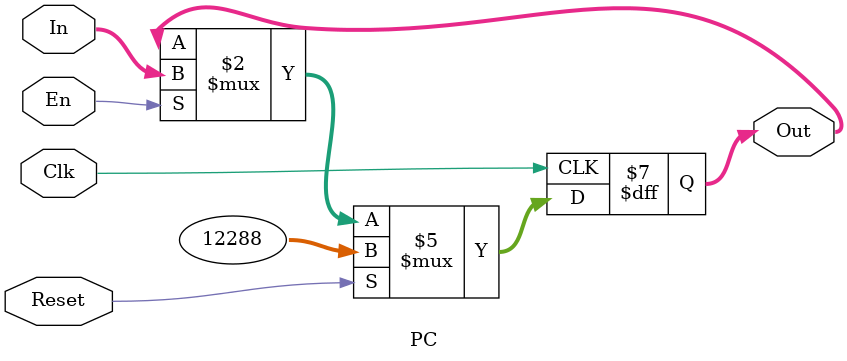
<source format=v>
`timescale 1ns / 1ps
module PC(
    input Clk,
    input Reset,
    input En,
    input [31:0] In,
    output reg [31:0] Out
    );

	always @ (posedge Clk) begin
		if (Reset) Out <= 32'h3000;
		else if (En) Out <= In;
	end

endmodule

</source>
